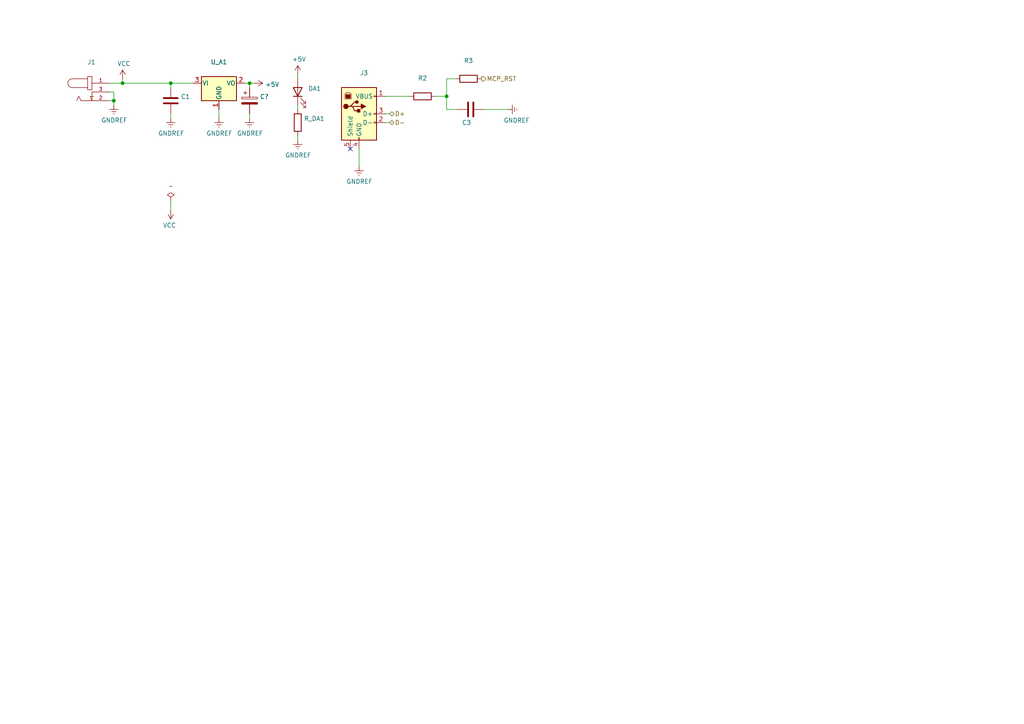
<source format=kicad_sch>
(kicad_sch (version 20211123) (generator eeschema)

  (uuid 5d3d7893-1d11-4f1d-9052-85cf0e07d281)

  (paper "A4")

  (lib_symbols
    (symbol "Connector:USB_B" (pin_names (offset 1.016)) (in_bom yes) (on_board yes)
      (property "Reference" "J" (id 0) (at -5.08 11.43 0)
        (effects (font (size 1.27 1.27)) (justify left))
      )
      (property "Value" "USB_B" (id 1) (at -5.08 8.89 0)
        (effects (font (size 1.27 1.27)) (justify left))
      )
      (property "Footprint" "" (id 2) (at 3.81 -1.27 0)
        (effects (font (size 1.27 1.27)) hide)
      )
      (property "Datasheet" " ~" (id 3) (at 3.81 -1.27 0)
        (effects (font (size 1.27 1.27)) hide)
      )
      (property "ki_keywords" "connector USB" (id 4) (at 0 0 0)
        (effects (font (size 1.27 1.27)) hide)
      )
      (property "ki_description" "USB Type B connector" (id 5) (at 0 0 0)
        (effects (font (size 1.27 1.27)) hide)
      )
      (property "ki_fp_filters" "USB*" (id 6) (at 0 0 0)
        (effects (font (size 1.27 1.27)) hide)
      )
      (symbol "USB_B_0_1"
        (rectangle (start -5.08 -7.62) (end 5.08 7.62)
          (stroke (width 0.254) (type default) (color 0 0 0 0))
          (fill (type background))
        )
        (circle (center -3.81 2.159) (radius 0.635)
          (stroke (width 0.254) (type default) (color 0 0 0 0))
          (fill (type outline))
        )
        (rectangle (start -3.81 5.588) (end -2.54 4.572)
          (stroke (width 0) (type default) (color 0 0 0 0))
          (fill (type outline))
        )
        (circle (center -0.635 3.429) (radius 0.381)
          (stroke (width 0.254) (type default) (color 0 0 0 0))
          (fill (type outline))
        )
        (rectangle (start -0.127 -7.62) (end 0.127 -6.858)
          (stroke (width 0) (type default) (color 0 0 0 0))
          (fill (type none))
        )
        (polyline
          (pts
            (xy -1.905 2.159)
            (xy 0.635 2.159)
          )
          (stroke (width 0.254) (type default) (color 0 0 0 0))
          (fill (type none))
        )
        (polyline
          (pts
            (xy -3.175 2.159)
            (xy -2.54 2.159)
            (xy -1.27 3.429)
            (xy -0.635 3.429)
          )
          (stroke (width 0.254) (type default) (color 0 0 0 0))
          (fill (type none))
        )
        (polyline
          (pts
            (xy -2.54 2.159)
            (xy -1.905 2.159)
            (xy -1.27 0.889)
            (xy 0 0.889)
          )
          (stroke (width 0.254) (type default) (color 0 0 0 0))
          (fill (type none))
        )
        (polyline
          (pts
            (xy 0.635 2.794)
            (xy 0.635 1.524)
            (xy 1.905 2.159)
            (xy 0.635 2.794)
          )
          (stroke (width 0.254) (type default) (color 0 0 0 0))
          (fill (type outline))
        )
        (polyline
          (pts
            (xy -4.064 4.318)
            (xy -2.286 4.318)
            (xy -2.286 5.715)
            (xy -2.667 6.096)
            (xy -3.683 6.096)
            (xy -4.064 5.715)
            (xy -4.064 4.318)
          )
          (stroke (width 0) (type default) (color 0 0 0 0))
          (fill (type none))
        )
        (rectangle (start 0.254 1.27) (end -0.508 0.508)
          (stroke (width 0.254) (type default) (color 0 0 0 0))
          (fill (type outline))
        )
        (rectangle (start 5.08 -2.667) (end 4.318 -2.413)
          (stroke (width 0) (type default) (color 0 0 0 0))
          (fill (type none))
        )
        (rectangle (start 5.08 -0.127) (end 4.318 0.127)
          (stroke (width 0) (type default) (color 0 0 0 0))
          (fill (type none))
        )
        (rectangle (start 5.08 4.953) (end 4.318 5.207)
          (stroke (width 0) (type default) (color 0 0 0 0))
          (fill (type none))
        )
      )
      (symbol "USB_B_1_1"
        (pin power_out line (at 7.62 5.08 180) (length 2.54)
          (name "VBUS" (effects (font (size 1.27 1.27))))
          (number "1" (effects (font (size 1.27 1.27))))
        )
        (pin bidirectional line (at 7.62 -2.54 180) (length 2.54)
          (name "D-" (effects (font (size 1.27 1.27))))
          (number "2" (effects (font (size 1.27 1.27))))
        )
        (pin bidirectional line (at 7.62 0 180) (length 2.54)
          (name "D+" (effects (font (size 1.27 1.27))))
          (number "3" (effects (font (size 1.27 1.27))))
        )
        (pin power_out line (at 0 -10.16 90) (length 2.54)
          (name "GND" (effects (font (size 1.27 1.27))))
          (number "4" (effects (font (size 1.27 1.27))))
        )
        (pin passive line (at -2.54 -10.16 90) (length 2.54)
          (name "Shield" (effects (font (size 1.27 1.27))))
          (number "5" (effects (font (size 1.27 1.27))))
        )
      )
    )
    (symbol "Device:C" (pin_numbers hide) (pin_names (offset 0.254)) (in_bom yes) (on_board yes)
      (property "Reference" "C" (id 0) (at 0.635 2.54 0)
        (effects (font (size 1.27 1.27)) (justify left))
      )
      (property "Value" "C" (id 1) (at 0.635 -2.54 0)
        (effects (font (size 1.27 1.27)) (justify left))
      )
      (property "Footprint" "" (id 2) (at 0.9652 -3.81 0)
        (effects (font (size 1.27 1.27)) hide)
      )
      (property "Datasheet" "~" (id 3) (at 0 0 0)
        (effects (font (size 1.27 1.27)) hide)
      )
      (property "ki_keywords" "cap capacitor" (id 4) (at 0 0 0)
        (effects (font (size 1.27 1.27)) hide)
      )
      (property "ki_description" "Unpolarized capacitor" (id 5) (at 0 0 0)
        (effects (font (size 1.27 1.27)) hide)
      )
      (property "ki_fp_filters" "C_*" (id 6) (at 0 0 0)
        (effects (font (size 1.27 1.27)) hide)
      )
      (symbol "C_0_1"
        (polyline
          (pts
            (xy -2.032 -0.762)
            (xy 2.032 -0.762)
          )
          (stroke (width 0.508) (type default) (color 0 0 0 0))
          (fill (type none))
        )
        (polyline
          (pts
            (xy -2.032 0.762)
            (xy 2.032 0.762)
          )
          (stroke (width 0.508) (type default) (color 0 0 0 0))
          (fill (type none))
        )
      )
      (symbol "C_1_1"
        (pin passive line (at 0 3.81 270) (length 2.794)
          (name "~" (effects (font (size 1.27 1.27))))
          (number "1" (effects (font (size 1.27 1.27))))
        )
        (pin passive line (at 0 -3.81 90) (length 2.794)
          (name "~" (effects (font (size 1.27 1.27))))
          (number "2" (effects (font (size 1.27 1.27))))
        )
      )
    )
    (symbol "Device:LED" (pin_numbers hide) (pin_names (offset 1.016) hide) (in_bom yes) (on_board yes)
      (property "Reference" "D" (id 0) (at 0 2.54 0)
        (effects (font (size 1.27 1.27)))
      )
      (property "Value" "LED" (id 1) (at 0 -2.54 0)
        (effects (font (size 1.27 1.27)))
      )
      (property "Footprint" "" (id 2) (at 0 0 0)
        (effects (font (size 1.27 1.27)) hide)
      )
      (property "Datasheet" "~" (id 3) (at 0 0 0)
        (effects (font (size 1.27 1.27)) hide)
      )
      (property "ki_keywords" "LED diode" (id 4) (at 0 0 0)
        (effects (font (size 1.27 1.27)) hide)
      )
      (property "ki_description" "Light emitting diode" (id 5) (at 0 0 0)
        (effects (font (size 1.27 1.27)) hide)
      )
      (property "ki_fp_filters" "LED* LED_SMD:* LED_THT:*" (id 6) (at 0 0 0)
        (effects (font (size 1.27 1.27)) hide)
      )
      (symbol "LED_0_1"
        (polyline
          (pts
            (xy -1.27 -1.27)
            (xy -1.27 1.27)
          )
          (stroke (width 0.254) (type default) (color 0 0 0 0))
          (fill (type none))
        )
        (polyline
          (pts
            (xy -1.27 0)
            (xy 1.27 0)
          )
          (stroke (width 0) (type default) (color 0 0 0 0))
          (fill (type none))
        )
        (polyline
          (pts
            (xy 1.27 -1.27)
            (xy 1.27 1.27)
            (xy -1.27 0)
            (xy 1.27 -1.27)
          )
          (stroke (width 0.254) (type default) (color 0 0 0 0))
          (fill (type none))
        )
        (polyline
          (pts
            (xy -3.048 -0.762)
            (xy -4.572 -2.286)
            (xy -3.81 -2.286)
            (xy -4.572 -2.286)
            (xy -4.572 -1.524)
          )
          (stroke (width 0) (type default) (color 0 0 0 0))
          (fill (type none))
        )
        (polyline
          (pts
            (xy -1.778 -0.762)
            (xy -3.302 -2.286)
            (xy -2.54 -2.286)
            (xy -3.302 -2.286)
            (xy -3.302 -1.524)
          )
          (stroke (width 0) (type default) (color 0 0 0 0))
          (fill (type none))
        )
      )
      (symbol "LED_1_1"
        (pin passive line (at -3.81 0 0) (length 2.54)
          (name "K" (effects (font (size 1.27 1.27))))
          (number "1" (effects (font (size 1.27 1.27))))
        )
        (pin passive line (at 3.81 0 180) (length 2.54)
          (name "A" (effects (font (size 1.27 1.27))))
          (number "2" (effects (font (size 1.27 1.27))))
        )
      )
    )
    (symbol "Device:R" (pin_numbers hide) (pin_names (offset 0)) (in_bom yes) (on_board yes)
      (property "Reference" "R" (id 0) (at 2.032 0 90)
        (effects (font (size 1.27 1.27)))
      )
      (property "Value" "R" (id 1) (at 0 0 90)
        (effects (font (size 1.27 1.27)))
      )
      (property "Footprint" "" (id 2) (at -1.778 0 90)
        (effects (font (size 1.27 1.27)) hide)
      )
      (property "Datasheet" "~" (id 3) (at 0 0 0)
        (effects (font (size 1.27 1.27)) hide)
      )
      (property "ki_keywords" "R res resistor" (id 4) (at 0 0 0)
        (effects (font (size 1.27 1.27)) hide)
      )
      (property "ki_description" "Resistor" (id 5) (at 0 0 0)
        (effects (font (size 1.27 1.27)) hide)
      )
      (property "ki_fp_filters" "R_*" (id 6) (at 0 0 0)
        (effects (font (size 1.27 1.27)) hide)
      )
      (symbol "R_0_1"
        (rectangle (start -1.016 -2.54) (end 1.016 2.54)
          (stroke (width 0.254) (type default) (color 0 0 0 0))
          (fill (type none))
        )
      )
      (symbol "R_1_1"
        (pin passive line (at 0 3.81 270) (length 1.27)
          (name "~" (effects (font (size 1.27 1.27))))
          (number "1" (effects (font (size 1.27 1.27))))
        )
        (pin passive line (at 0 -3.81 90) (length 1.27)
          (name "~" (effects (font (size 1.27 1.27))))
          (number "2" (effects (font (size 1.27 1.27))))
        )
      )
    )
    (symbol "PBLE Library:PJ-002A" (pin_names (offset 1.016) hide) (in_bom yes) (on_board yes)
      (property "Reference" "J" (id 0) (at -7.62 5.08 0)
        (effects (font (size 1.27 1.27)) (justify left bottom))
      )
      (property "Value" "PJ-002A" (id 1) (at -7.62 -5.08 0)
        (effects (font (size 1.27 1.27)) (justify left bottom))
      )
      (property "Footprint" "CUI_PJ-002A" (id 2) (at 0 0 0)
        (effects (font (size 1.27 1.27)) (justify left bottom) hide)
      )
      (property "Datasheet" "" (id 3) (at 0 0 0)
        (effects (font (size 1.27 1.27)) (justify left bottom) hide)
      )
      (property "MANUFACTURER" "CUI INC" (id 4) (at 0 0 0)
        (effects (font (size 1.27 1.27)) (justify left bottom) hide)
      )
      (property "STANDARD" "Manufacturer recommendations" (id 5) (at 0 0 0)
        (effects (font (size 1.27 1.27)) (justify left bottom) hide)
      )
      (property "ki_locked" "" (id 6) (at 0 0 0)
        (effects (font (size 1.27 1.27)))
      )
      (symbol "PJ-002A_0_0"
        (arc (start -5.715 3.81) (mid -6.985 2.54) (end -5.715 1.27)
          (stroke (width 0.1524) (type default) (color 0 0 0 0))
          (fill (type none))
        )
        (polyline
          (pts
            (xy -5.715 3.81)
            (xy -1.27 3.81)
          )
          (stroke (width 0.1524) (type default) (color 0 0 0 0))
          (fill (type none))
        )
        (polyline
          (pts
            (xy -3.81 -1.27)
            (xy -4.445 -2.54)
          )
          (stroke (width 0.1524) (type default) (color 0 0 0 0))
          (fill (type none))
        )
        (polyline
          (pts
            (xy -3.175 -2.54)
            (xy -3.81 -1.27)
          )
          (stroke (width 0.1524) (type default) (color 0 0 0 0))
          (fill (type none))
        )
        (polyline
          (pts
            (xy -1.27 0.635)
            (xy 0 0.635)
          )
          (stroke (width 0.1524) (type default) (color 0 0 0 0))
          (fill (type none))
        )
        (polyline
          (pts
            (xy -1.27 1.27)
            (xy -5.715 1.27)
          )
          (stroke (width 0.1524) (type default) (color 0 0 0 0))
          (fill (type none))
        )
        (polyline
          (pts
            (xy -1.27 1.27)
            (xy -1.27 0.635)
          )
          (stroke (width 0.1524) (type default) (color 0 0 0 0))
          (fill (type none))
        )
        (polyline
          (pts
            (xy -1.27 3.81)
            (xy -1.27 1.27)
          )
          (stroke (width 0.1524) (type default) (color 0 0 0 0))
          (fill (type none))
        )
        (polyline
          (pts
            (xy -1.27 4.445)
            (xy -1.27 3.81)
          )
          (stroke (width 0.1524) (type default) (color 0 0 0 0))
          (fill (type none))
        )
        (polyline
          (pts
            (xy 0 -2.54)
            (xy -3.175 -2.54)
          )
          (stroke (width 0.1524) (type default) (color 0 0 0 0))
          (fill (type none))
        )
        (polyline
          (pts
            (xy 0 0)
            (xy 0 -2.54)
          )
          (stroke (width 0.1524) (type default) (color 0 0 0 0))
          (fill (type none))
        )
        (polyline
          (pts
            (xy 0 0.635)
            (xy 0 4.445)
          )
          (stroke (width 0.1524) (type default) (color 0 0 0 0))
          (fill (type none))
        )
        (polyline
          (pts
            (xy 0 4.445)
            (xy -1.27 4.445)
          )
          (stroke (width 0.1524) (type default) (color 0 0 0 0))
          (fill (type none))
        )
        (polyline
          (pts
            (xy 0 -2.54)
            (xy -0.508 -1.27)
            (xy 0.508 -1.27)
          )
          (stroke (width 0.1524) (type default) (color 0 0 0 0))
          (fill (type background))
        )
        (pin passive line (at 5.08 2.54 180) (length 5.08)
          (name "~" (effects (font (size 1.016 1.016))))
          (number "1" (effects (font (size 1.016 1.016))))
        )
        (pin passive line (at 5.08 -2.54 180) (length 5.08)
          (name "~" (effects (font (size 1.016 1.016))))
          (number "2" (effects (font (size 1.016 1.016))))
        )
        (pin passive line (at 5.08 0 180) (length 5.08)
          (name "~" (effects (font (size 1.016 1.016))))
          (number "3" (effects (font (size 1.016 1.016))))
        )
      )
    )
    (symbol "PBLE-Circuit-rescue:CP-Device" (pin_numbers hide) (pin_names (offset 0.254)) (in_bom yes) (on_board yes)
      (property "Reference" "C" (id 0) (at 0.635 2.54 0)
        (effects (font (size 1.27 1.27)) (justify left))
      )
      (property "Value" "CP-Device" (id 1) (at 0.635 -2.54 0)
        (effects (font (size 1.27 1.27)) (justify left))
      )
      (property "Footprint" "" (id 2) (at 0.9652 -3.81 0)
        (effects (font (size 1.27 1.27)) hide)
      )
      (property "Datasheet" "" (id 3) (at 0 0 0)
        (effects (font (size 1.27 1.27)) hide)
      )
      (property "ki_fp_filters" "CP_*" (id 4) (at 0 0 0)
        (effects (font (size 1.27 1.27)) hide)
      )
      (symbol "CP-Device_0_1"
        (rectangle (start -2.286 0.508) (end 2.286 1.016)
          (stroke (width 0) (type default) (color 0 0 0 0))
          (fill (type none))
        )
        (polyline
          (pts
            (xy -1.778 2.286)
            (xy -0.762 2.286)
          )
          (stroke (width 0) (type default) (color 0 0 0 0))
          (fill (type none))
        )
        (polyline
          (pts
            (xy -1.27 2.794)
            (xy -1.27 1.778)
          )
          (stroke (width 0) (type default) (color 0 0 0 0))
          (fill (type none))
        )
        (rectangle (start 2.286 -0.508) (end -2.286 -1.016)
          (stroke (width 0) (type default) (color 0 0 0 0))
          (fill (type outline))
        )
      )
      (symbol "CP-Device_1_1"
        (pin passive line (at 0 3.81 270) (length 2.794)
          (name "~" (effects (font (size 1.27 1.27))))
          (number "1" (effects (font (size 1.27 1.27))))
        )
        (pin passive line (at 0 -3.81 90) (length 2.794)
          (name "~" (effects (font (size 1.27 1.27))))
          (number "2" (effects (font (size 1.27 1.27))))
        )
      )
    )
    (symbol "Regulator_Linear:LD1117S50TR_SOT223" (pin_names (offset 0.254)) (in_bom yes) (on_board yes)
      (property "Reference" "U" (id 0) (at -3.81 3.175 0)
        (effects (font (size 1.27 1.27)))
      )
      (property "Value" "LD1117S50TR_SOT223" (id 1) (at 0 3.175 0)
        (effects (font (size 1.27 1.27)) (justify left))
      )
      (property "Footprint" "Package_TO_SOT_SMD:SOT-223-3_TabPin2" (id 2) (at 0 5.08 0)
        (effects (font (size 1.27 1.27)) hide)
      )
      (property "Datasheet" "http://www.st.com/st-web-ui/static/active/en/resource/technical/document/datasheet/CD00000544.pdf" (id 3) (at 2.54 -6.35 0)
        (effects (font (size 1.27 1.27)) hide)
      )
      (property "ki_keywords" "REGULATOR LDO 5.0V" (id 4) (at 0 0 0)
        (effects (font (size 1.27 1.27)) hide)
      )
      (property "ki_description" "800mA Fixed Low Drop Positive Voltage Regulator, Fixed Output 5.0V, SOT-223" (id 5) (at 0 0 0)
        (effects (font (size 1.27 1.27)) hide)
      )
      (property "ki_fp_filters" "SOT?223*TabPin2*" (id 6) (at 0 0 0)
        (effects (font (size 1.27 1.27)) hide)
      )
      (symbol "LD1117S50TR_SOT223_0_1"
        (rectangle (start -5.08 -5.08) (end 5.08 1.905)
          (stroke (width 0.254) (type default) (color 0 0 0 0))
          (fill (type background))
        )
      )
      (symbol "LD1117S50TR_SOT223_1_1"
        (pin power_in line (at 0 -7.62 90) (length 2.54)
          (name "GND" (effects (font (size 1.27 1.27))))
          (number "1" (effects (font (size 1.27 1.27))))
        )
        (pin power_out line (at 7.62 0 180) (length 2.54)
          (name "VO" (effects (font (size 1.27 1.27))))
          (number "2" (effects (font (size 1.27 1.27))))
        )
        (pin power_in line (at -7.62 0 0) (length 2.54)
          (name "VI" (effects (font (size 1.27 1.27))))
          (number "3" (effects (font (size 1.27 1.27))))
        )
      )
    )
    (symbol "power:+5V" (power) (pin_names (offset 0)) (in_bom yes) (on_board yes)
      (property "Reference" "#PWR" (id 0) (at 0 -3.81 0)
        (effects (font (size 1.27 1.27)) hide)
      )
      (property "Value" "+5V" (id 1) (at 0 3.556 0)
        (effects (font (size 1.27 1.27)))
      )
      (property "Footprint" "" (id 2) (at 0 0 0)
        (effects (font (size 1.27 1.27)) hide)
      )
      (property "Datasheet" "" (id 3) (at 0 0 0)
        (effects (font (size 1.27 1.27)) hide)
      )
      (property "ki_keywords" "power-flag" (id 4) (at 0 0 0)
        (effects (font (size 1.27 1.27)) hide)
      )
      (property "ki_description" "Power symbol creates a global label with name \"+5V\"" (id 5) (at 0 0 0)
        (effects (font (size 1.27 1.27)) hide)
      )
      (symbol "+5V_0_1"
        (polyline
          (pts
            (xy -0.762 1.27)
            (xy 0 2.54)
          )
          (stroke (width 0) (type default) (color 0 0 0 0))
          (fill (type none))
        )
        (polyline
          (pts
            (xy 0 0)
            (xy 0 2.54)
          )
          (stroke (width 0) (type default) (color 0 0 0 0))
          (fill (type none))
        )
        (polyline
          (pts
            (xy 0 2.54)
            (xy 0.762 1.27)
          )
          (stroke (width 0) (type default) (color 0 0 0 0))
          (fill (type none))
        )
      )
      (symbol "+5V_1_1"
        (pin power_in line (at 0 0 90) (length 0) hide
          (name "+5V" (effects (font (size 1.27 1.27))))
          (number "1" (effects (font (size 1.27 1.27))))
        )
      )
    )
    (symbol "power:GNDREF" (power) (pin_names (offset 0)) (in_bom yes) (on_board yes)
      (property "Reference" "#PWR" (id 0) (at 0 -6.35 0)
        (effects (font (size 1.27 1.27)) hide)
      )
      (property "Value" "GNDREF" (id 1) (at 0 -3.81 0)
        (effects (font (size 1.27 1.27)))
      )
      (property "Footprint" "" (id 2) (at 0 0 0)
        (effects (font (size 1.27 1.27)) hide)
      )
      (property "Datasheet" "" (id 3) (at 0 0 0)
        (effects (font (size 1.27 1.27)) hide)
      )
      (property "ki_keywords" "power-flag" (id 4) (at 0 0 0)
        (effects (font (size 1.27 1.27)) hide)
      )
      (property "ki_description" "Power symbol creates a global label with name \"GNDREF\" , reference supply ground" (id 5) (at 0 0 0)
        (effects (font (size 1.27 1.27)) hide)
      )
      (symbol "GNDREF_0_1"
        (polyline
          (pts
            (xy -0.635 -1.905)
            (xy 0.635 -1.905)
          )
          (stroke (width 0) (type default) (color 0 0 0 0))
          (fill (type none))
        )
        (polyline
          (pts
            (xy -0.127 -2.54)
            (xy 0.127 -2.54)
          )
          (stroke (width 0) (type default) (color 0 0 0 0))
          (fill (type none))
        )
        (polyline
          (pts
            (xy 0 -1.27)
            (xy 0 0)
          )
          (stroke (width 0) (type default) (color 0 0 0 0))
          (fill (type none))
        )
        (polyline
          (pts
            (xy 1.27 -1.27)
            (xy -1.27 -1.27)
          )
          (stroke (width 0) (type default) (color 0 0 0 0))
          (fill (type none))
        )
      )
      (symbol "GNDREF_1_1"
        (pin power_in line (at 0 0 270) (length 0) hide
          (name "GNDREF" (effects (font (size 1.27 1.27))))
          (number "1" (effects (font (size 1.27 1.27))))
        )
      )
    )
    (symbol "power:PWR_FLAG" (power) (pin_numbers hide) (pin_names (offset 0) hide) (in_bom yes) (on_board yes)
      (property "Reference" "#FLG" (id 0) (at 0 1.905 0)
        (effects (font (size 1.27 1.27)) hide)
      )
      (property "Value" "PWR_FLAG" (id 1) (at 0 3.81 0)
        (effects (font (size 1.27 1.27)))
      )
      (property "Footprint" "" (id 2) (at 0 0 0)
        (effects (font (size 1.27 1.27)) hide)
      )
      (property "Datasheet" "~" (id 3) (at 0 0 0)
        (effects (font (size 1.27 1.27)) hide)
      )
      (property "ki_keywords" "power-flag" (id 4) (at 0 0 0)
        (effects (font (size 1.27 1.27)) hide)
      )
      (property "ki_description" "Special symbol for telling ERC where power comes from" (id 5) (at 0 0 0)
        (effects (font (size 1.27 1.27)) hide)
      )
      (symbol "PWR_FLAG_0_0"
        (pin power_out line (at 0 0 90) (length 0)
          (name "pwr" (effects (font (size 1.27 1.27))))
          (number "1" (effects (font (size 1.27 1.27))))
        )
      )
      (symbol "PWR_FLAG_0_1"
        (polyline
          (pts
            (xy 0 0)
            (xy 0 1.27)
            (xy -1.016 1.905)
            (xy 0 2.54)
            (xy 1.016 1.905)
            (xy 0 1.27)
          )
          (stroke (width 0) (type default) (color 0 0 0 0))
          (fill (type none))
        )
      )
    )
    (symbol "power:VCC" (power) (pin_names (offset 0)) (in_bom yes) (on_board yes)
      (property "Reference" "#PWR" (id 0) (at 0 -3.81 0)
        (effects (font (size 1.27 1.27)) hide)
      )
      (property "Value" "VCC" (id 1) (at 0 3.81 0)
        (effects (font (size 1.27 1.27)))
      )
      (property "Footprint" "" (id 2) (at 0 0 0)
        (effects (font (size 1.27 1.27)) hide)
      )
      (property "Datasheet" "" (id 3) (at 0 0 0)
        (effects (font (size 1.27 1.27)) hide)
      )
      (property "ki_keywords" "power-flag" (id 4) (at 0 0 0)
        (effects (font (size 1.27 1.27)) hide)
      )
      (property "ki_description" "Power symbol creates a global label with name \"VCC\"" (id 5) (at 0 0 0)
        (effects (font (size 1.27 1.27)) hide)
      )
      (symbol "VCC_0_1"
        (polyline
          (pts
            (xy -0.762 1.27)
            (xy 0 2.54)
          )
          (stroke (width 0) (type default) (color 0 0 0 0))
          (fill (type none))
        )
        (polyline
          (pts
            (xy 0 0)
            (xy 0 2.54)
          )
          (stroke (width 0) (type default) (color 0 0 0 0))
          (fill (type none))
        )
        (polyline
          (pts
            (xy 0 2.54)
            (xy 0.762 1.27)
          )
          (stroke (width 0) (type default) (color 0 0 0 0))
          (fill (type none))
        )
      )
      (symbol "VCC_1_1"
        (pin power_in line (at 0 0 90) (length 0) hide
          (name "VCC" (effects (font (size 1.27 1.27))))
          (number "1" (effects (font (size 1.27 1.27))))
        )
      )
    )
  )

  (junction (at 35.56 24.13) (diameter 0) (color 0 0 0 0)
    (uuid 4a54c707-7b6f-4a3d-a74d-5e3526114aba)
  )
  (junction (at 33.02 29.21) (diameter 0) (color 0 0 0 0)
    (uuid 59fc765e-1357-4c94-9529-5635418c7d73)
  )
  (junction (at 129.54 27.94) (diameter 0) (color 0 0 0 0)
    (uuid 7c00778a-4692-4f9b-87d5-2d355077ce1e)
  )
  (junction (at 49.53 24.13) (diameter 0) (color 0 0 0 0)
    (uuid 869d6302-ae22-478f-9723-3feacbb12eef)
  )
  (junction (at 72.39 24.13) (diameter 0) (color 0 0 0 0)
    (uuid 8cdc8ef9-532e-4bf5-9998-7213b9e692a2)
  )

  (no_connect (at 101.6 43.18) (uuid 05f2859d-2820-4e84-b395-696011feb13b))

  (wire (pts (xy 129.54 27.94) (xy 129.54 22.86))
    (stroke (width 0) (type default) (color 0 0 0 0))
    (uuid 01f82238-6335-48fe-8b0a-6853e227345a)
  )
  (wire (pts (xy 33.02 29.21) (xy 31.75 29.21))
    (stroke (width 0) (type default) (color 0 0 0 0))
    (uuid 0ceb97d6-1b0f-4b71-921e-b0955c30c998)
  )
  (wire (pts (xy 132.715 31.75) (xy 129.54 31.75))
    (stroke (width 0) (type default) (color 0 0 0 0))
    (uuid 0e249018-17e7-42b3-ae5d-5ebf3ae299ae)
  )
  (wire (pts (xy 33.02 30.48) (xy 33.02 29.21))
    (stroke (width 0) (type default) (color 0 0 0 0))
    (uuid 1241b7f2-e266-4f5c-8a97-9f0f9d0eef37)
  )
  (wire (pts (xy 129.54 22.86) (xy 132.08 22.86))
    (stroke (width 0) (type default) (color 0 0 0 0))
    (uuid 13bbfffc-affb-4b43-9eb1-f2ed90a8a919)
  )
  (wire (pts (xy 86.36 39.37) (xy 86.36 40.64))
    (stroke (width 0) (type default) (color 0 0 0 0))
    (uuid 4431c0f6-83ea-4eee-95a8-991da2f03ccd)
  )
  (wire (pts (xy 49.53 34.29) (xy 49.53 33.02))
    (stroke (width 0) (type default) (color 0 0 0 0))
    (uuid 4b1fce17-dec7-457e-ba3b-a77604e77dc9)
  )
  (wire (pts (xy 86.36 21.59) (xy 86.36 22.86))
    (stroke (width 0) (type default) (color 0 0 0 0))
    (uuid 528fd7da-c9a6-40ae-9f1a-60f6a7f4d534)
  )
  (wire (pts (xy 35.56 22.86) (xy 35.56 24.13))
    (stroke (width 0) (type default) (color 0 0 0 0))
    (uuid 576f00e6-a1be-45d3-9b93-e26d9e0fe306)
  )
  (wire (pts (xy 72.39 34.29) (xy 72.39 33.02))
    (stroke (width 0) (type default) (color 0 0 0 0))
    (uuid 626679e8-6101-4722-ac57-5b8d9dab4c8b)
  )
  (wire (pts (xy 126.365 27.94) (xy 129.54 27.94))
    (stroke (width 0) (type default) (color 0 0 0 0))
    (uuid 71f8d568-0f23-4ff2-8e60-1600ce517a48)
  )
  (wire (pts (xy 49.53 24.13) (xy 55.88 24.13))
    (stroke (width 0) (type default) (color 0 0 0 0))
    (uuid 844d7d7a-b386-45a8-aaf6-bf41bbcb43b5)
  )
  (wire (pts (xy 72.39 24.13) (xy 73.66 24.13))
    (stroke (width 0) (type default) (color 0 0 0 0))
    (uuid 88002554-c459-46e5-8b22-6ea6fe07fd4c)
  )
  (wire (pts (xy 33.02 26.67) (xy 33.02 29.21))
    (stroke (width 0) (type default) (color 0 0 0 0))
    (uuid 96db52e2-6336-4f5e-846e-528c594d0509)
  )
  (wire (pts (xy 129.54 31.75) (xy 129.54 27.94))
    (stroke (width 0) (type default) (color 0 0 0 0))
    (uuid 97581b9a-3f6b-4e88-8768-6fdb60e6aca6)
  )
  (wire (pts (xy 72.39 24.13) (xy 71.12 24.13))
    (stroke (width 0) (type default) (color 0 0 0 0))
    (uuid 9f782c92-a5e8-49db-bfda-752b35522ce4)
  )
  (wire (pts (xy 111.76 35.56) (xy 113.03 35.56))
    (stroke (width 0) (type default) (color 0 0 0 0))
    (uuid a07b6b2b-7179-4297-b163-5e47ffbe76d3)
  )
  (wire (pts (xy 63.5 31.75) (xy 63.5 34.29))
    (stroke (width 0) (type default) (color 0 0 0 0))
    (uuid a62609cd-29b7-4918-b97d-7b2404ba61cf)
  )
  (wire (pts (xy 72.39 24.13) (xy 72.39 25.4))
    (stroke (width 0) (type default) (color 0 0 0 0))
    (uuid ccc4cc25-ac17-45ef-825c-e079951ffb21)
  )
  (wire (pts (xy 104.14 43.18) (xy 104.14 48.26))
    (stroke (width 0) (type default) (color 0 0 0 0))
    (uuid cd5e758d-cb66-484a-ae8b-21f53ceee49e)
  )
  (wire (pts (xy 49.53 25.4) (xy 49.53 24.13))
    (stroke (width 0) (type default) (color 0 0 0 0))
    (uuid da6f4122-0ecc-496f-b0fd-e4abef534976)
  )
  (wire (pts (xy 147.32 31.75) (xy 140.335 31.75))
    (stroke (width 0) (type default) (color 0 0 0 0))
    (uuid dbe92a0d-89cb-4d3f-9497-c2c1d93a3018)
  )
  (wire (pts (xy 35.56 24.13) (xy 49.53 24.13))
    (stroke (width 0) (type default) (color 0 0 0 0))
    (uuid e1b88aa4-d887-4eea-83ff-5c009f4390c4)
  )
  (wire (pts (xy 86.36 30.48) (xy 86.36 31.75))
    (stroke (width 0) (type default) (color 0 0 0 0))
    (uuid e413cfad-d7bd-41ab-b8dd-4b67484671a6)
  )
  (wire (pts (xy 111.76 27.94) (xy 118.745 27.94))
    (stroke (width 0) (type default) (color 0 0 0 0))
    (uuid e6d68f56-4a40-4849-b8d1-13d5ca292900)
  )
  (wire (pts (xy 111.76 33.02) (xy 113.03 33.02))
    (stroke (width 0) (type default) (color 0 0 0 0))
    (uuid ebca7c5e-ae52-43e5-ac6c-69a96a9a5b24)
  )
  (wire (pts (xy 31.75 26.67) (xy 33.02 26.67))
    (stroke (width 0) (type default) (color 0 0 0 0))
    (uuid f0ff5d1c-5481-4958-b844-4f68a17d4166)
  )
  (wire (pts (xy 31.75 24.13) (xy 35.56 24.13))
    (stroke (width 0) (type default) (color 0 0 0 0))
    (uuid f19c9655-8ddb-411a-96dd-bd986870c3c6)
  )
  (wire (pts (xy 49.53 58.42) (xy 49.53 60.96))
    (stroke (width 0) (type default) (color 0 0 0 0))
    (uuid fdc60c06-30fa-4dfb-96b4-809b755999e1)
  )

  (hierarchical_label "MCP_RST" (shape output) (at 139.7 22.86 0)
    (effects (font (size 1.27 1.27)) (justify left))
    (uuid 63489ebf-0f52-43a6-a0ab-158b1a7d4988)
  )
  (hierarchical_label "D-" (shape bidirectional) (at 113.03 35.56 0)
    (effects (font (size 1.27 1.27)) (justify left))
    (uuid 713e0777-58b2-4487-baca-60d0ebed27c3)
  )
  (hierarchical_label "D+" (shape bidirectional) (at 113.03 33.02 0)
    (effects (font (size 1.27 1.27)) (justify left))
    (uuid a8fb8ee0-623f-4870-a716-ecc88f37ef9a)
  )

  (symbol (lib_id "PBLE Library:PJ-002A") (at 26.67 26.67 0) (unit 1)
    (in_bom yes) (on_board yes)
    (uuid 00000000-0000-0000-0000-000060abfec8)
    (property "Reference" "J1" (id 0) (at 26.543 18.034 0))
    (property "Value" "" (id 1) (at 26.543 20.3454 0))
    (property "Footprint" "" (id 2) (at 26.67 26.67 0)
      (effects (font (size 1.27 1.27)) (justify left bottom) hide)
    )
    (property "Datasheet" "" (id 3) (at 26.67 26.67 0)
      (effects (font (size 1.27 1.27)) (justify left bottom) hide)
    )
    (property "MANUFACTURER" "CUI INC" (id 4) (at 26.67 26.67 0)
      (effects (font (size 1.27 1.27)) (justify left bottom) hide)
    )
    (property "STANDARD" "Manufacturer recommendations" (id 5) (at 26.67 26.67 0)
      (effects (font (size 1.27 1.27)) (justify left bottom) hide)
    )
    (pin "1" (uuid d92cd37b-33f7-4802-83ac-486c34ecde1d))
    (pin "2" (uuid d06126ca-3bda-469c-9a75-3f01e45a0b8f))
    (pin "3" (uuid 93a9019f-ce3d-4b09-8203-dc9035d793e2))
  )

  (symbol (lib_id "Regulator_Linear:LD1117S50TR_SOT223") (at 63.5 24.13 0) (unit 1)
    (in_bom yes) (on_board yes)
    (uuid 00000000-0000-0000-0000-000060ac0f5a)
    (property "Reference" "U_A1" (id 0) (at 63.5 17.9832 0))
    (property "Value" "" (id 1) (at 63.5 20.2946 0))
    (property "Footprint" "" (id 2) (at 63.5 19.05 0)
      (effects (font (size 1.27 1.27)) hide)
    )
    (property "Datasheet" "http://www.st.com/st-web-ui/static/active/en/resource/technical/document/datasheet/CD00000544.pdf" (id 3) (at 66.04 30.48 0)
      (effects (font (size 1.27 1.27)) hide)
    )
    (pin "1" (uuid a26218c6-933b-4c04-8294-5a0f2fa73526))
    (pin "2" (uuid fe4911d9-6679-4873-a51e-24464790eaa0))
    (pin "3" (uuid 2593b5c0-98ac-42d7-8998-3a8a598c9ae8))
  )

  (symbol (lib_id "power:GNDREF") (at 63.5 34.29 0) (unit 1)
    (in_bom yes) (on_board yes)
    (uuid 00000000-0000-0000-0000-000060ac5031)
    (property "Reference" "#PWR0119" (id 0) (at 63.5 40.64 0)
      (effects (font (size 1.27 1.27)) hide)
    )
    (property "Value" "" (id 1) (at 63.627 38.6842 0))
    (property "Footprint" "" (id 2) (at 63.5 34.29 0)
      (effects (font (size 1.27 1.27)) hide)
    )
    (property "Datasheet" "" (id 3) (at 63.5 34.29 0)
      (effects (font (size 1.27 1.27)) hide)
    )
    (pin "1" (uuid e503ca88-b2a2-4e3a-ae0a-3b52d22319b0))
  )

  (symbol (lib_id "power:GNDREF") (at 72.39 34.29 0) (unit 1)
    (in_bom yes) (on_board yes)
    (uuid 00000000-0000-0000-0000-000060ac7eb8)
    (property "Reference" "#PWR0120" (id 0) (at 72.39 40.64 0)
      (effects (font (size 1.27 1.27)) hide)
    )
    (property "Value" "" (id 1) (at 72.517 38.6842 0))
    (property "Footprint" "" (id 2) (at 72.39 34.29 0)
      (effects (font (size 1.27 1.27)) hide)
    )
    (property "Datasheet" "" (id 3) (at 72.39 34.29 0)
      (effects (font (size 1.27 1.27)) hide)
    )
    (pin "1" (uuid 8408af19-7232-4499-90c5-b8c560d6efdb))
  )

  (symbol (lib_id "power:+5V") (at 73.66 24.13 270) (unit 1)
    (in_bom yes) (on_board yes)
    (uuid 00000000-0000-0000-0000-000060ac8b13)
    (property "Reference" "#PWR0121" (id 0) (at 69.85 24.13 0)
      (effects (font (size 1.27 1.27)) hide)
    )
    (property "Value" "" (id 1) (at 76.9112 24.511 90)
      (effects (font (size 1.27 1.27)) (justify left))
    )
    (property "Footprint" "" (id 2) (at 73.66 24.13 0)
      (effects (font (size 1.27 1.27)) hide)
    )
    (property "Datasheet" "" (id 3) (at 73.66 24.13 0)
      (effects (font (size 1.27 1.27)) hide)
    )
    (pin "1" (uuid fb141724-0ad2-4993-9639-eda2e17d8ee7))
  )

  (symbol (lib_id "power:+5V") (at 86.36 21.59 0) (unit 1)
    (in_bom yes) (on_board yes)
    (uuid 00000000-0000-0000-0000-000060ac9f44)
    (property "Reference" "#PWR0122" (id 0) (at 86.36 25.4 0)
      (effects (font (size 1.27 1.27)) hide)
    )
    (property "Value" "" (id 1) (at 86.741 17.1958 0))
    (property "Footprint" "" (id 2) (at 86.36 21.59 0)
      (effects (font (size 1.27 1.27)) hide)
    )
    (property "Datasheet" "" (id 3) (at 86.36 21.59 0)
      (effects (font (size 1.27 1.27)) hide)
    )
    (pin "1" (uuid c91c53a1-6f84-4430-ad4f-ff8c87c678c0))
  )

  (symbol (lib_id "Device:LED") (at 86.36 26.67 90) (unit 1)
    (in_bom yes) (on_board yes)
    (uuid 00000000-0000-0000-0000-000060acab67)
    (property "Reference" "DA1" (id 0) (at 89.3572 25.6794 90)
      (effects (font (size 1.27 1.27)) (justify right))
    )
    (property "Value" "" (id 1) (at 89.3572 27.9908 90)
      (effects (font (size 1.27 1.27)) (justify right))
    )
    (property "Footprint" "" (id 2) (at 86.36 26.67 0)
      (effects (font (size 1.27 1.27)) hide)
    )
    (property "Datasheet" "~" (id 3) (at 86.36 26.67 0)
      (effects (font (size 1.27 1.27)) hide)
    )
    (pin "1" (uuid 324734aa-51cc-4908-8ae3-fc2171fd5d87))
    (pin "2" (uuid f9f4c7d0-0bca-447a-b7d6-14b4f3a166fa))
  )

  (symbol (lib_id "Device:R") (at 86.36 35.56 0) (unit 1)
    (in_bom yes) (on_board yes)
    (uuid 00000000-0000-0000-0000-000060acbc29)
    (property "Reference" "R_DA1" (id 0) (at 88.138 34.3916 0)
      (effects (font (size 1.27 1.27)) (justify left))
    )
    (property "Value" "" (id 1) (at 88.138 36.703 0)
      (effects (font (size 1.27 1.27)) (justify left))
    )
    (property "Footprint" "" (id 2) (at 84.582 35.56 90)
      (effects (font (size 1.27 1.27)) hide)
    )
    (property "Datasheet" "~" (id 3) (at 86.36 35.56 0)
      (effects (font (size 1.27 1.27)) hide)
    )
    (pin "1" (uuid 6bd8922e-6dae-4864-a6fb-2dc6d58f44b9))
    (pin "2" (uuid 121b45f9-ad4a-46d5-ba7e-68d9873f0863))
  )

  (symbol (lib_id "power:GNDREF") (at 86.36 40.64 0) (unit 1)
    (in_bom yes) (on_board yes)
    (uuid 00000000-0000-0000-0000-000060acc75b)
    (property "Reference" "#PWR0123" (id 0) (at 86.36 46.99 0)
      (effects (font (size 1.27 1.27)) hide)
    )
    (property "Value" "" (id 1) (at 86.487 45.0342 0))
    (property "Footprint" "" (id 2) (at 86.36 40.64 0)
      (effects (font (size 1.27 1.27)) hide)
    )
    (property "Datasheet" "" (id 3) (at 86.36 40.64 0)
      (effects (font (size 1.27 1.27)) hide)
    )
    (pin "1" (uuid 9c800ba6-e26b-4e6c-9d9f-ae70670a132f))
  )

  (symbol (lib_id "power:GNDREF") (at 33.02 30.48 0) (unit 1)
    (in_bom yes) (on_board yes)
    (uuid 00000000-0000-0000-0000-000060ae99ac)
    (property "Reference" "#PWR0118" (id 0) (at 33.02 36.83 0)
      (effects (font (size 1.27 1.27)) hide)
    )
    (property "Value" "" (id 1) (at 33.147 34.8742 0))
    (property "Footprint" "" (id 2) (at 33.02 30.48 0)
      (effects (font (size 1.27 1.27)) hide)
    )
    (property "Datasheet" "" (id 3) (at 33.02 30.48 0)
      (effects (font (size 1.27 1.27)) hide)
    )
    (pin "1" (uuid 87308596-6251-4410-9015-336e2d25e8e4))
  )

  (symbol (lib_id "power:VCC") (at 49.53 60.96 180) (unit 1)
    (in_bom yes) (on_board yes)
    (uuid 00000000-0000-0000-0000-000060af4150)
    (property "Reference" "#PWR0176" (id 0) (at 49.53 57.15 0)
      (effects (font (size 1.27 1.27)) hide)
    )
    (property "Value" "" (id 1) (at 49.149 65.3542 0))
    (property "Footprint" "" (id 2) (at 49.53 60.96 0)
      (effects (font (size 1.27 1.27)) hide)
    )
    (property "Datasheet" "" (id 3) (at 49.53 60.96 0)
      (effects (font (size 1.27 1.27)) hide)
    )
    (pin "1" (uuid 11b3a633-764b-4952-b118-593e2b316ba7))
  )

  (symbol (lib_id "power:VCC") (at 35.56 22.86 0) (unit 1)
    (in_bom yes) (on_board yes)
    (uuid 00000000-0000-0000-0000-000060af4300)
    (property "Reference" "#PWR0174" (id 0) (at 35.56 26.67 0)
      (effects (font (size 1.27 1.27)) hide)
    )
    (property "Value" "" (id 1) (at 35.941 18.4658 0))
    (property "Footprint" "" (id 2) (at 35.56 22.86 0)
      (effects (font (size 1.27 1.27)) hide)
    )
    (property "Datasheet" "" (id 3) (at 35.56 22.86 0)
      (effects (font (size 1.27 1.27)) hide)
    )
    (pin "1" (uuid 76d0e2c5-73f4-4c3c-b6ed-ed2e2493c69e))
  )

  (symbol (lib_id "power:PWR_FLAG") (at 49.53 58.42 0) (unit 1)
    (in_bom yes) (on_board yes)
    (uuid 00000000-0000-0000-0000-000060af518f)
    (property "Reference" "#FLG0104" (id 0) (at 49.53 56.515 0)
      (effects (font (size 1.27 1.27)) hide)
    )
    (property "Value" "" (id 1) (at 49.53 54.0258 0))
    (property "Footprint" "" (id 2) (at 49.53 58.42 0)
      (effects (font (size 1.27 1.27)) hide)
    )
    (property "Datasheet" "~" (id 3) (at 49.53 58.42 0)
      (effects (font (size 1.27 1.27)) hide)
    )
    (pin "1" (uuid 62801196-26fb-4b58-97b6-276df1f5859f))
  )

  (symbol (lib_id "power:GNDREF") (at 104.14 48.26 0) (unit 1)
    (in_bom yes) (on_board yes)
    (uuid 00000000-0000-0000-0000-000060b56f8b)
    (property "Reference" "#PWR0125" (id 0) (at 104.14 54.61 0)
      (effects (font (size 1.27 1.27)) hide)
    )
    (property "Value" "" (id 1) (at 104.267 52.6542 0))
    (property "Footprint" "" (id 2) (at 104.14 48.26 0)
      (effects (font (size 1.27 1.27)) hide)
    )
    (property "Datasheet" "" (id 3) (at 104.14 48.26 0)
      (effects (font (size 1.27 1.27)) hide)
    )
    (pin "1" (uuid 922a6ac3-7559-4fe8-bca7-f23cbd4e8627))
  )

  (symbol (lib_id "power:GNDREF") (at 49.53 34.29 0) (unit 1)
    (in_bom yes) (on_board yes)
    (uuid 00000000-0000-0000-0000-000060bd28bb)
    (property "Reference" "#PWR0124" (id 0) (at 49.53 40.64 0)
      (effects (font (size 1.27 1.27)) hide)
    )
    (property "Value" "" (id 1) (at 49.657 38.6842 0))
    (property "Footprint" "" (id 2) (at 49.53 34.29 0)
      (effects (font (size 1.27 1.27)) hide)
    )
    (property "Datasheet" "" (id 3) (at 49.53 34.29 0)
      (effects (font (size 1.27 1.27)) hide)
    )
    (pin "1" (uuid 7797d031-b76e-416f-98a4-9695260fbbfe))
  )

  (symbol (lib_id "PBLE-Circuit-rescue:CP-Device") (at 72.39 29.21 0) (unit 1)
    (in_bom yes) (on_board yes)
    (uuid 00000000-0000-0000-0000-000060d4a263)
    (property "Reference" "C?" (id 0) (at 75.3872 28.0416 0)
      (effects (font (size 1.27 1.27)) (justify left))
    )
    (property "Value" "" (id 1) (at 75.3872 30.353 0)
      (effects (font (size 1.27 1.27)) (justify left))
    )
    (property "Footprint" "" (id 2) (at 73.3552 33.02 0)
      (effects (font (size 1.27 1.27)) hide)
    )
    (property "Datasheet" "~" (id 3) (at 72.39 29.21 0)
      (effects (font (size 1.27 1.27)) hide)
    )
    (pin "1" (uuid a7a8250d-6358-4bd1-9112-f6217c1d8a9c))
    (pin "2" (uuid 110b9e4b-22bd-4d49-92a2-b0bf7447ced0))
  )

  (symbol (lib_id "Connector:USB_B") (at 104.14 33.02 0) (unit 1)
    (in_bom yes) (on_board yes)
    (uuid 00000000-0000-0000-0000-000060dad8c9)
    (property "Reference" "J3" (id 0) (at 105.5878 21.1582 0))
    (property "Value" "" (id 1) (at 105.5878 23.4696 0))
    (property "Footprint" "" (id 2) (at 107.95 34.29 0)
      (effects (font (size 1.27 1.27)) hide)
    )
    (property "Datasheet" " ~" (id 3) (at 107.95 34.29 0)
      (effects (font (size 1.27 1.27)) hide)
    )
    (pin "1" (uuid d7c04334-87c3-4b4f-8bcc-835e908e4c2d))
    (pin "2" (uuid 9b4618cb-8c9b-459e-811e-e74835b291a9))
    (pin "3" (uuid d3d4442e-d56d-485b-85db-25d1bfd3b42a))
    (pin "4" (uuid 13762e25-5a59-4ee7-8043-812412f76aac))
    (pin "5" (uuid cde96bb9-b9ba-4646-b410-d18c4f907e2c))
  )

  (symbol (lib_id "Device:R") (at 122.555 27.94 270) (unit 1)
    (in_bom yes) (on_board yes)
    (uuid 00000000-0000-0000-0000-000060db27f1)
    (property "Reference" "R2" (id 0) (at 122.555 22.6822 90))
    (property "Value" "" (id 1) (at 122.555 24.9936 90))
    (property "Footprint" "" (id 2) (at 122.555 26.162 90)
      (effects (font (size 1.27 1.27)) hide)
    )
    (property "Datasheet" "~" (id 3) (at 122.555 27.94 0)
      (effects (font (size 1.27 1.27)) hide)
    )
    (pin "1" (uuid 8c2657b5-53c5-49e3-96aa-7d305f4e7100))
    (pin "2" (uuid 4edc1966-2639-4180-8f6b-469d2006ef97))
  )

  (symbol (lib_id "Device:R") (at 135.89 22.86 270) (unit 1)
    (in_bom yes) (on_board yes)
    (uuid 00000000-0000-0000-0000-000060db5ded)
    (property "Reference" "R3" (id 0) (at 135.89 17.6022 90))
    (property "Value" "" (id 1) (at 135.89 19.9136 90))
    (property "Footprint" "" (id 2) (at 135.89 21.082 90)
      (effects (font (size 1.27 1.27)) hide)
    )
    (property "Datasheet" "~" (id 3) (at 135.89 22.86 0)
      (effects (font (size 1.27 1.27)) hide)
    )
    (pin "1" (uuid a5b480d3-f48c-457c-ac2a-ac5adc769b72))
    (pin "2" (uuid 9f448b19-4547-4a64-bae2-523a7a2ac9f9))
  )

  (symbol (lib_id "Device:C") (at 136.525 31.75 270) (unit 1)
    (in_bom yes) (on_board yes)
    (uuid 00000000-0000-0000-0000-000060db6b09)
    (property "Reference" "C3" (id 0) (at 133.985 35.56 90)
      (effects (font (size 1.27 1.27)) (justify left))
    )
    (property "Value" "" (id 1) (at 133.985 38.1 90)
      (effects (font (size 1.27 1.27)) (justify left))
    )
    (property "Footprint" "" (id 2) (at 132.715 32.7152 0)
      (effects (font (size 1.27 1.27)) hide)
    )
    (property "Datasheet" "~" (id 3) (at 136.525 31.75 0)
      (effects (font (size 1.27 1.27)) hide)
    )
    (pin "1" (uuid b2b9930c-7b11-409d-ba87-844d9561c73b))
    (pin "2" (uuid 22ef6ae9-13b6-4c90-8885-f256f9926fd4))
  )

  (symbol (lib_id "power:GNDREF") (at 147.32 31.75 90) (unit 1)
    (in_bom yes) (on_board yes)
    (uuid 00000000-0000-0000-0000-000060db7997)
    (property "Reference" "#PWR01" (id 0) (at 153.67 31.75 0)
      (effects (font (size 1.27 1.27)) hide)
    )
    (property "Value" "" (id 1) (at 149.86 34.925 90))
    (property "Footprint" "" (id 2) (at 147.32 31.75 0)
      (effects (font (size 1.27 1.27)) hide)
    )
    (property "Datasheet" "" (id 3) (at 147.32 31.75 0)
      (effects (font (size 1.27 1.27)) hide)
    )
    (pin "1" (uuid dc1c3709-368c-447d-b37d-9411af40bb12))
  )

  (symbol (lib_id "Device:C") (at 49.53 29.21 0) (unit 1)
    (in_bom yes) (on_board yes)
    (uuid 00000000-0000-0000-0000-000060dbfd46)
    (property "Reference" "C1" (id 0) (at 52.451 28.0416 0)
      (effects (font (size 1.27 1.27)) (justify left))
    )
    (property "Value" "" (id 1) (at 52.451 30.353 0)
      (effects (font (size 1.27 1.27)) (justify left))
    )
    (property "Footprint" "" (id 2) (at 50.4952 33.02 0)
      (effects (font (size 1.27 1.27)) hide)
    )
    (property "Datasheet" "~" (id 3) (at 49.53 29.21 0)
      (effects (font (size 1.27 1.27)) hide)
    )
    (pin "1" (uuid d91029c7-4664-4217-bc43-b27dc36fb3cd))
    (pin "2" (uuid efb611b5-ecae-4900-bbc3-cdb0296efe09))
  )
)

</source>
